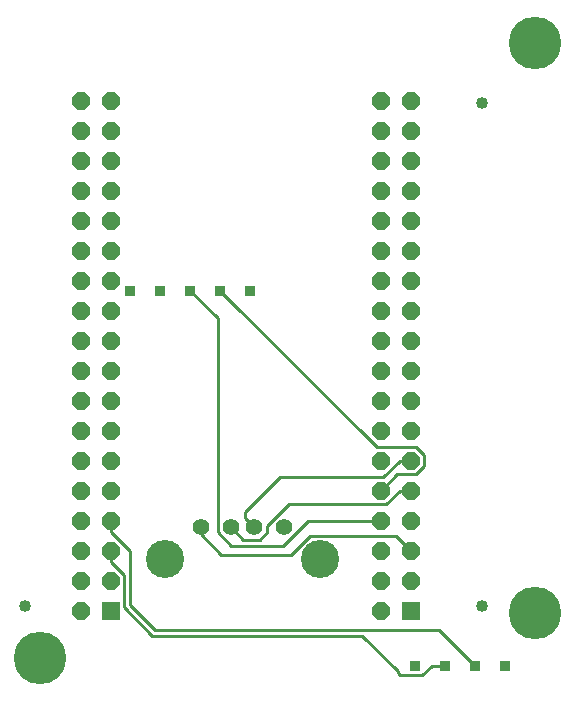
<source format=gbr>
G04 EAGLE Gerber RS-274X export*
G75*
%MOMM*%
%FSLAX34Y34*%
%LPD*%
%INTop Copper*%
%IPPOS*%
%AMOC8*
5,1,8,0,0,1.08239X$1,22.5*%
G01*
%ADD10R,0.904800X0.904800*%
%ADD11C,1.400000*%
%ADD12C,3.220000*%
%ADD13R,1.524000X1.524000*%
%ADD14P,1.649562X8X112.500000*%
%ADD15C,4.445000*%
%ADD16C,1.016000*%
%ADD17C,0.254000*%


D10*
X107950Y342900D03*
X133350Y342900D03*
X158750Y342900D03*
X184150Y342900D03*
X209550Y342900D03*
D11*
X168200Y142600D03*
X193200Y142600D03*
X213200Y142600D03*
X238200Y142600D03*
D12*
X137500Y115499D03*
X268900Y115499D03*
D10*
X349250Y25400D03*
X374650Y25400D03*
X400050Y25400D03*
X425450Y25400D03*
D13*
X345700Y71800D03*
D14*
X320300Y71800D03*
X345700Y97200D03*
X320300Y97200D03*
X345700Y122600D03*
X320300Y122600D03*
X345700Y148000D03*
X320300Y148000D03*
X345700Y173400D03*
X320300Y173400D03*
X345700Y198800D03*
X320300Y198800D03*
X345700Y224200D03*
X320300Y224200D03*
X345700Y249600D03*
X320300Y249600D03*
X345700Y275000D03*
X320300Y275000D03*
X345700Y300400D03*
X320300Y300400D03*
X345700Y325800D03*
X320300Y325800D03*
X345700Y351200D03*
X320300Y351200D03*
X345700Y376600D03*
X320300Y376600D03*
X345700Y402000D03*
X320300Y402000D03*
X345700Y427400D03*
X320300Y427400D03*
X345700Y452800D03*
X320300Y452800D03*
X345700Y478200D03*
X320300Y478200D03*
X345700Y503600D03*
X320300Y503600D03*
D13*
X91700Y71800D03*
D14*
X66300Y71800D03*
X91700Y97200D03*
X66300Y97200D03*
X91700Y122600D03*
X66300Y122600D03*
X91700Y148000D03*
X66300Y148000D03*
X91700Y173400D03*
X66300Y173400D03*
X91700Y198800D03*
X66300Y198800D03*
X91700Y224200D03*
X66300Y224200D03*
X91700Y249600D03*
X66300Y249600D03*
X91700Y275000D03*
X66300Y275000D03*
X91700Y300400D03*
X66300Y300400D03*
X91700Y325800D03*
X66300Y325800D03*
X91700Y351200D03*
X66300Y351200D03*
X91700Y376600D03*
X66300Y376600D03*
X91700Y402000D03*
X66300Y402000D03*
X91700Y427400D03*
X66300Y427400D03*
X91700Y452800D03*
X66300Y452800D03*
X91700Y478200D03*
X66300Y478200D03*
X91700Y503600D03*
X66300Y503600D03*
D15*
X31750Y31750D03*
X450850Y69850D03*
X450850Y552450D03*
D16*
X19050Y76200D03*
X406400Y76200D03*
X406400Y501650D03*
D17*
X182390Y319260D02*
X158750Y342900D01*
X258888Y148000D02*
X320300Y148000D01*
X182390Y138122D02*
X182390Y319260D01*
X258888Y148000D02*
X237598Y126710D01*
X193802Y126710D02*
X182390Y138122D01*
X193802Y126710D02*
X237598Y126710D01*
X350435Y210230D02*
X357130Y203535D01*
X357130Y194066D01*
X350435Y187370D01*
X316820Y210230D02*
X184150Y342900D01*
X334270Y187370D02*
X350435Y187370D01*
X334270Y187370D02*
X320300Y173400D01*
X316820Y210230D02*
X350435Y210230D01*
X369570Y55880D02*
X400050Y25400D01*
X129104Y55880D02*
X108210Y76774D01*
X91700Y138765D02*
X91700Y148000D01*
X108210Y122255D02*
X108210Y76774D01*
X108210Y122255D02*
X91700Y138765D01*
X129104Y55880D02*
X369570Y55880D01*
X355352Y17066D02*
X336798Y17066D01*
X334566Y19298D01*
X363686Y25400D02*
X374650Y25400D01*
X334566Y21034D02*
X334566Y19298D01*
X355352Y17066D02*
X363686Y25400D01*
X304800Y50800D02*
X127000Y50800D01*
X103130Y74670D01*
X91700Y113365D02*
X91700Y122600D01*
X91700Y113365D02*
X103130Y101935D01*
X103130Y74670D01*
X304800Y50800D02*
X334566Y21034D01*
X244624Y119380D02*
X260653Y135409D01*
X244624Y119380D02*
X185420Y119380D01*
X332891Y135409D02*
X345700Y122600D01*
X332891Y135409D02*
X260653Y135409D01*
X185420Y119380D02*
X168200Y136600D01*
X168200Y142600D01*
X336465Y173400D02*
X345700Y173400D01*
X336465Y173400D02*
X325035Y161970D01*
X242282Y161970D01*
X224010Y143698D01*
X224010Y138122D01*
X203720Y132080D02*
X193200Y142600D01*
X208432Y132080D02*
X208722Y131790D01*
X217678Y131790D01*
X208432Y132080D02*
X203720Y132080D01*
X217678Y131790D02*
X224010Y138122D01*
X336465Y198800D02*
X345700Y198800D01*
X336465Y198800D02*
X322495Y184830D01*
X235110Y184830D02*
X205580Y155300D01*
X205580Y150220D01*
X213200Y142600D01*
X235110Y184830D02*
X322495Y184830D01*
M02*

</source>
